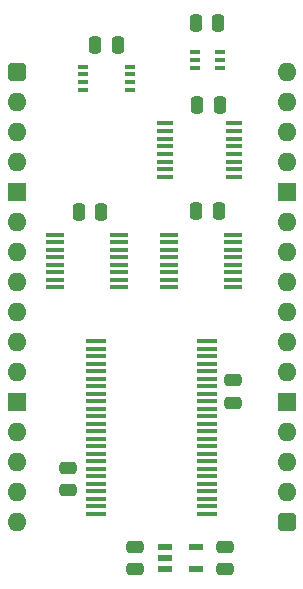
<source format=gts>
%TF.GenerationSoftware,KiCad,Pcbnew,8.0.4*%
%TF.CreationDate,2024-08-14T09:23:15+02:00*%
%TF.ProjectId,Pixel Doubler,50697865-6c20-4446-9f75-626c65722e6b,V0*%
%TF.SameCoordinates,PX54c81a0PY37b6b20*%
%TF.FileFunction,Soldermask,Top*%
%TF.FilePolarity,Negative*%
%FSLAX46Y46*%
G04 Gerber Fmt 4.6, Leading zero omitted, Abs format (unit mm)*
G04 Created by KiCad (PCBNEW 8.0.4) date 2024-08-14 09:23:15*
%MOMM*%
%LPD*%
G01*
G04 APERTURE LIST*
G04 Aperture macros list*
%AMRoundRect*
0 Rectangle with rounded corners*
0 $1 Rounding radius*
0 $2 $3 $4 $5 $6 $7 $8 $9 X,Y pos of 4 corners*
0 Add a 4 corners polygon primitive as box body*
4,1,4,$2,$3,$4,$5,$6,$7,$8,$9,$2,$3,0*
0 Add four circle primitives for the rounded corners*
1,1,$1+$1,$2,$3*
1,1,$1+$1,$4,$5*
1,1,$1+$1,$6,$7*
1,1,$1+$1,$8,$9*
0 Add four rect primitives between the rounded corners*
20,1,$1+$1,$2,$3,$4,$5,0*
20,1,$1+$1,$4,$5,$6,$7,0*
20,1,$1+$1,$6,$7,$8,$9,0*
20,1,$1+$1,$8,$9,$2,$3,0*%
G04 Aperture macros list end*
%ADD10RoundRect,0.250000X0.475000X-0.250000X0.475000X0.250000X-0.475000X0.250000X-0.475000X-0.250000X0*%
%ADD11RoundRect,0.400000X-0.400000X-0.400000X0.400000X-0.400000X0.400000X0.400000X-0.400000X0.400000X0*%
%ADD12O,1.600000X1.600000*%
%ADD13R,1.600000X1.600000*%
%ADD14RoundRect,0.250000X0.250000X0.475000X-0.250000X0.475000X-0.250000X-0.475000X0.250000X-0.475000X0*%
%ADD15R,0.950000X0.450000*%
%ADD16R,1.450000X0.450000*%
%ADD17R,1.525000X0.430000*%
%ADD18RoundRect,0.250000X-0.475000X0.250000X-0.475000X-0.250000X0.475000X-0.250000X0.475000X0.250000X0*%
%ADD19R,1.150000X0.600000*%
%ADD20R,1.800000X0.430000*%
%ADD21R,0.875000X0.450000*%
G04 APERTURE END LIST*
D10*
%TO.C,C9*%
X17653000Y-42082000D03*
X17653000Y-40182000D03*
%TD*%
D11*
%TO.C,J1*%
X0Y0D03*
D12*
X0Y-2540000D03*
X0Y-5080000D03*
X0Y-7620000D03*
D13*
X0Y-10160000D03*
D12*
X0Y-12700000D03*
X0Y-15240000D03*
X0Y-17780000D03*
X0Y-20320000D03*
X0Y-22860000D03*
X0Y-25400000D03*
D13*
X0Y-27940000D03*
D12*
X0Y-30480000D03*
X0Y-33020000D03*
X0Y-35560000D03*
X0Y-38100000D03*
D11*
X22860000Y-38100000D03*
D12*
X22860000Y-35560000D03*
X22860000Y-33020000D03*
X22860000Y-30480000D03*
D13*
X22860000Y-27940000D03*
D12*
X22860000Y-25400000D03*
X22860000Y-22860000D03*
X22860000Y-20320000D03*
X22860000Y-17780000D03*
X22860000Y-15240000D03*
X22860000Y-12700000D03*
D13*
X22860000Y-10160000D03*
D12*
X22860000Y-7620000D03*
X22860000Y-5080000D03*
X22860000Y-2540000D03*
X22860000Y0D03*
%TD*%
D14*
%TO.C,C3*%
X8554000Y2286000D03*
X6654000Y2286000D03*
%TD*%
%TO.C,C4*%
X17088400Y-11785600D03*
X15188400Y-11785600D03*
%TD*%
%TO.C,C6*%
X17190000Y-2794000D03*
X15290000Y-2794000D03*
%TD*%
%TO.C,C5*%
X7157000Y-11811000D03*
X5257000Y-11811000D03*
%TD*%
D15*
%TO.C,IC3*%
X5645000Y467000D03*
X5645000Y-183000D03*
X5645000Y-833000D03*
X5645000Y-1483000D03*
X9595000Y-1483000D03*
X9595000Y-833000D03*
X9595000Y-183000D03*
X9595000Y467000D03*
%TD*%
D16*
%TO.C,IC6*%
X12569000Y-4329000D03*
X12569000Y-4979000D03*
X12569000Y-5629000D03*
X12569000Y-6279000D03*
X12569000Y-6929000D03*
X12569000Y-7579000D03*
X12569000Y-8229000D03*
X12569000Y-8879000D03*
X18419000Y-8879000D03*
X18419000Y-8229000D03*
X18419000Y-7579000D03*
X18419000Y-6929000D03*
X18419000Y-6279000D03*
X18419000Y-5629000D03*
X18419000Y-4979000D03*
X18419000Y-4329000D03*
%TD*%
D17*
%TO.C,IC1*%
X3257000Y-13780000D03*
X3257000Y-14414000D03*
X3257000Y-15050000D03*
X3257000Y-15684000D03*
X3257000Y-16320000D03*
X3257000Y-16954000D03*
X3257000Y-17590000D03*
X3257000Y-18224000D03*
X8681000Y-18224000D03*
X8681000Y-17590000D03*
X8681000Y-16954000D03*
X8681000Y-16320000D03*
X8681000Y-15684000D03*
X8681000Y-15050000D03*
X8681000Y-14414000D03*
X8681000Y-13780000D03*
%TD*%
D18*
%TO.C,C1*%
X4318000Y-33528000D03*
X4318000Y-35428000D03*
%TD*%
D10*
%TO.C,C8*%
X10033000Y-42082000D03*
X10033000Y-40182000D03*
%TD*%
D19*
%TO.C,IC7*%
X12543000Y-40198000D03*
X12543000Y-41148000D03*
X12543000Y-42098000D03*
X15143000Y-42098000D03*
X15143000Y-40198000D03*
%TD*%
D14*
%TO.C,C2*%
X17063000Y4191000D03*
X15163000Y4191000D03*
%TD*%
D18*
%TO.C,C7*%
X18288000Y-26117000D03*
X18288000Y-28017000D03*
%TD*%
D17*
%TO.C,IC5*%
X12909000Y-13780000D03*
X12909000Y-14414000D03*
X12909000Y-15050000D03*
X12909000Y-15684000D03*
X12909000Y-16320000D03*
X12909000Y-16954000D03*
X12909000Y-17590000D03*
X12909000Y-18224000D03*
X18333000Y-18224000D03*
X18333000Y-17590000D03*
X18333000Y-16954000D03*
X18333000Y-16320000D03*
X18333000Y-15684000D03*
X18333000Y-15050000D03*
X18333000Y-14414000D03*
X18333000Y-13780000D03*
%TD*%
D20*
%TO.C,IC2*%
X16130000Y-37401000D03*
X16130000Y-36767000D03*
X16130000Y-36131000D03*
X16130000Y-35497000D03*
X16130000Y-34861000D03*
X16130000Y-34227000D03*
X16130000Y-33591000D03*
X16130000Y-32957000D03*
X16130000Y-32321000D03*
X16130000Y-31687000D03*
X16130000Y-31051000D03*
X16130000Y-30417000D03*
X16130000Y-29781000D03*
X16130000Y-29147000D03*
X16130000Y-28511000D03*
X16130000Y-27877000D03*
X16130000Y-27241000D03*
X16130000Y-26607000D03*
X16130000Y-25971000D03*
X16130000Y-25337000D03*
X16130000Y-24701000D03*
X16130000Y-24067000D03*
X16130000Y-23431000D03*
X16130000Y-22797000D03*
X6730000Y-22797000D03*
X6730000Y-23431000D03*
X6730000Y-24067000D03*
X6730000Y-24701000D03*
X6730000Y-25337000D03*
X6730000Y-25971000D03*
X6730000Y-26607000D03*
X6730000Y-27241000D03*
X6730000Y-27877000D03*
X6730000Y-28511000D03*
X6730000Y-29147000D03*
X6730000Y-29781000D03*
X6730000Y-30417000D03*
X6730000Y-31051000D03*
X6730000Y-31687000D03*
X6730000Y-32321000D03*
X6730000Y-32957000D03*
X6730000Y-33591000D03*
X6730000Y-34227000D03*
X6730000Y-34861000D03*
X6730000Y-35497000D03*
X6730000Y-36131000D03*
X6730000Y-36767000D03*
X6730000Y-37401000D03*
%TD*%
D21*
%TO.C,IC4*%
X15067000Y1666000D03*
X15067000Y1016000D03*
X15067000Y366000D03*
X17191000Y366000D03*
X17191000Y1016000D03*
X17191000Y1666000D03*
%TD*%
M02*

</source>
